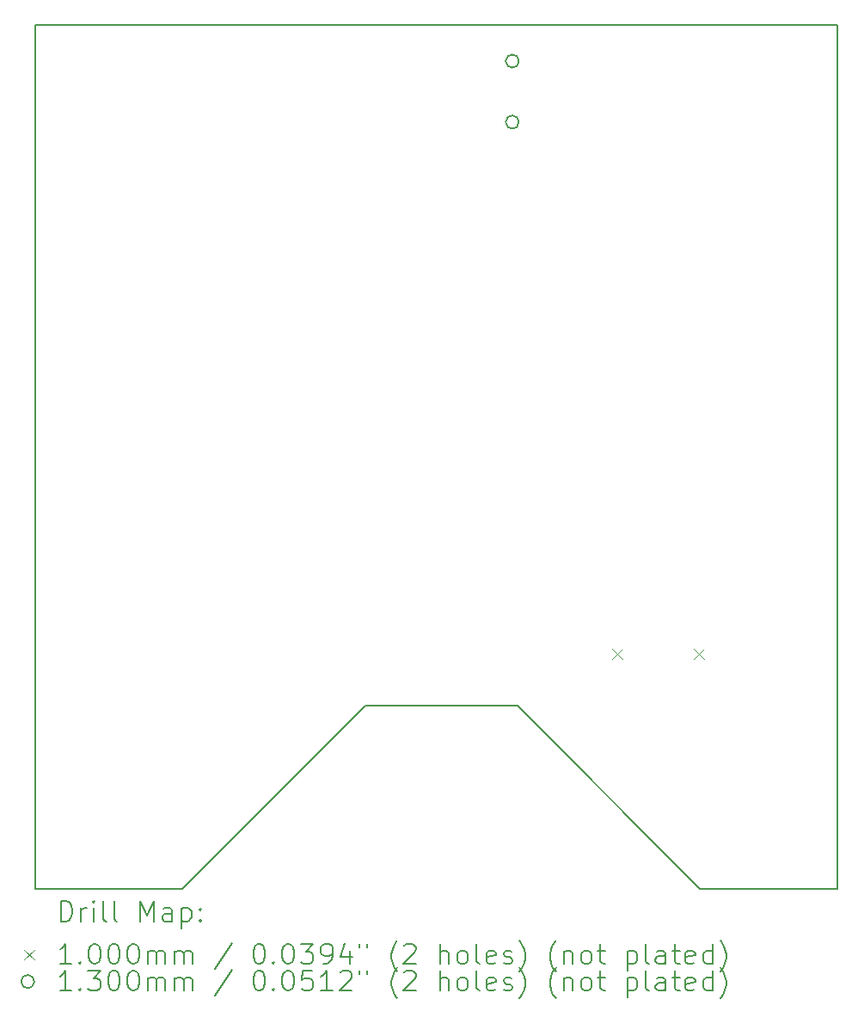
<source format=gbr>
%TF.GenerationSoftware,KiCad,Pcbnew,8.0.6-8.0.6-0~ubuntu22.04.1*%
%TF.CreationDate,2024-11-29T16:11:13+03:00*%
%TF.ProjectId,Dreamstalker-PRO-v2,44726561-6d73-4746-916c-6b65722d5052,2.3*%
%TF.SameCoordinates,Original*%
%TF.FileFunction,Drillmap*%
%TF.FilePolarity,Positive*%
%FSLAX45Y45*%
G04 Gerber Fmt 4.5, Leading zero omitted, Abs format (unit mm)*
G04 Created by KiCad (PCBNEW 8.0.6-8.0.6-0~ubuntu22.04.1) date 2024-11-29 16:11:13*
%MOMM*%
%LPD*%
G01*
G04 APERTURE LIST*
%ADD10C,0.150000*%
%ADD11C,0.200000*%
%ADD12C,0.100000*%
%ADD13C,0.130000*%
G04 APERTURE END LIST*
D10*
X12200000Y-10900000D02*
X10400000Y-12700000D01*
X8950000Y-4200000D02*
X16850000Y-4200000D01*
X16850000Y-4200000D02*
X16850000Y-12700000D01*
X16850000Y-12700000D02*
X15500000Y-12700000D01*
X12200000Y-10900000D02*
X13700000Y-10900000D01*
X8950000Y-12700000D02*
X10400000Y-12700000D01*
X8950000Y-4200000D02*
X8950000Y-12700000D01*
X13700000Y-10900000D02*
X15500000Y-12700000D01*
D11*
D12*
X14635000Y-10340000D02*
X14735000Y-10440000D01*
X14735000Y-10340000D02*
X14635000Y-10440000D01*
X15435000Y-10340000D02*
X15535000Y-10440000D01*
X15535000Y-10340000D02*
X15435000Y-10440000D01*
D13*
X13715000Y-4555000D02*
G75*
G02*
X13585000Y-4555000I-65000J0D01*
G01*
X13585000Y-4555000D02*
G75*
G02*
X13715000Y-4555000I65000J0D01*
G01*
X13715000Y-5155000D02*
G75*
G02*
X13585000Y-5155000I-65000J0D01*
G01*
X13585000Y-5155000D02*
G75*
G02*
X13715000Y-5155000I65000J0D01*
G01*
D11*
X9203277Y-13018984D02*
X9203277Y-12818984D01*
X9203277Y-12818984D02*
X9250896Y-12818984D01*
X9250896Y-12818984D02*
X9279467Y-12828508D01*
X9279467Y-12828508D02*
X9298515Y-12847555D01*
X9298515Y-12847555D02*
X9308039Y-12866603D01*
X9308039Y-12866603D02*
X9317563Y-12904698D01*
X9317563Y-12904698D02*
X9317563Y-12933269D01*
X9317563Y-12933269D02*
X9308039Y-12971365D01*
X9308039Y-12971365D02*
X9298515Y-12990412D01*
X9298515Y-12990412D02*
X9279467Y-13009460D01*
X9279467Y-13009460D02*
X9250896Y-13018984D01*
X9250896Y-13018984D02*
X9203277Y-13018984D01*
X9403277Y-13018984D02*
X9403277Y-12885650D01*
X9403277Y-12923746D02*
X9412801Y-12904698D01*
X9412801Y-12904698D02*
X9422324Y-12895174D01*
X9422324Y-12895174D02*
X9441372Y-12885650D01*
X9441372Y-12885650D02*
X9460420Y-12885650D01*
X9527086Y-13018984D02*
X9527086Y-12885650D01*
X9527086Y-12818984D02*
X9517563Y-12828508D01*
X9517563Y-12828508D02*
X9527086Y-12838031D01*
X9527086Y-12838031D02*
X9536610Y-12828508D01*
X9536610Y-12828508D02*
X9527086Y-12818984D01*
X9527086Y-12818984D02*
X9527086Y-12838031D01*
X9650896Y-13018984D02*
X9631848Y-13009460D01*
X9631848Y-13009460D02*
X9622324Y-12990412D01*
X9622324Y-12990412D02*
X9622324Y-12818984D01*
X9755658Y-13018984D02*
X9736610Y-13009460D01*
X9736610Y-13009460D02*
X9727086Y-12990412D01*
X9727086Y-12990412D02*
X9727086Y-12818984D01*
X9984229Y-13018984D02*
X9984229Y-12818984D01*
X9984229Y-12818984D02*
X10050896Y-12961841D01*
X10050896Y-12961841D02*
X10117563Y-12818984D01*
X10117563Y-12818984D02*
X10117563Y-13018984D01*
X10298515Y-13018984D02*
X10298515Y-12914222D01*
X10298515Y-12914222D02*
X10288991Y-12895174D01*
X10288991Y-12895174D02*
X10269944Y-12885650D01*
X10269944Y-12885650D02*
X10231848Y-12885650D01*
X10231848Y-12885650D02*
X10212801Y-12895174D01*
X10298515Y-13009460D02*
X10279467Y-13018984D01*
X10279467Y-13018984D02*
X10231848Y-13018984D01*
X10231848Y-13018984D02*
X10212801Y-13009460D01*
X10212801Y-13009460D02*
X10203277Y-12990412D01*
X10203277Y-12990412D02*
X10203277Y-12971365D01*
X10203277Y-12971365D02*
X10212801Y-12952317D01*
X10212801Y-12952317D02*
X10231848Y-12942793D01*
X10231848Y-12942793D02*
X10279467Y-12942793D01*
X10279467Y-12942793D02*
X10298515Y-12933269D01*
X10393753Y-12885650D02*
X10393753Y-13085650D01*
X10393753Y-12895174D02*
X10412801Y-12885650D01*
X10412801Y-12885650D02*
X10450896Y-12885650D01*
X10450896Y-12885650D02*
X10469944Y-12895174D01*
X10469944Y-12895174D02*
X10479467Y-12904698D01*
X10479467Y-12904698D02*
X10488991Y-12923746D01*
X10488991Y-12923746D02*
X10488991Y-12980888D01*
X10488991Y-12980888D02*
X10479467Y-12999936D01*
X10479467Y-12999936D02*
X10469944Y-13009460D01*
X10469944Y-13009460D02*
X10450896Y-13018984D01*
X10450896Y-13018984D02*
X10412801Y-13018984D01*
X10412801Y-13018984D02*
X10393753Y-13009460D01*
X10574705Y-12999936D02*
X10584229Y-13009460D01*
X10584229Y-13009460D02*
X10574705Y-13018984D01*
X10574705Y-13018984D02*
X10565182Y-13009460D01*
X10565182Y-13009460D02*
X10574705Y-12999936D01*
X10574705Y-12999936D02*
X10574705Y-13018984D01*
X10574705Y-12895174D02*
X10584229Y-12904698D01*
X10584229Y-12904698D02*
X10574705Y-12914222D01*
X10574705Y-12914222D02*
X10565182Y-12904698D01*
X10565182Y-12904698D02*
X10574705Y-12895174D01*
X10574705Y-12895174D02*
X10574705Y-12914222D01*
D12*
X8842500Y-13297500D02*
X8942500Y-13397500D01*
X8942500Y-13297500D02*
X8842500Y-13397500D01*
D11*
X9308039Y-13438984D02*
X9193753Y-13438984D01*
X9250896Y-13438984D02*
X9250896Y-13238984D01*
X9250896Y-13238984D02*
X9231848Y-13267555D01*
X9231848Y-13267555D02*
X9212801Y-13286603D01*
X9212801Y-13286603D02*
X9193753Y-13296127D01*
X9393753Y-13419936D02*
X9403277Y-13429460D01*
X9403277Y-13429460D02*
X9393753Y-13438984D01*
X9393753Y-13438984D02*
X9384229Y-13429460D01*
X9384229Y-13429460D02*
X9393753Y-13419936D01*
X9393753Y-13419936D02*
X9393753Y-13438984D01*
X9527086Y-13238984D02*
X9546134Y-13238984D01*
X9546134Y-13238984D02*
X9565182Y-13248508D01*
X9565182Y-13248508D02*
X9574705Y-13258031D01*
X9574705Y-13258031D02*
X9584229Y-13277079D01*
X9584229Y-13277079D02*
X9593753Y-13315174D01*
X9593753Y-13315174D02*
X9593753Y-13362793D01*
X9593753Y-13362793D02*
X9584229Y-13400888D01*
X9584229Y-13400888D02*
X9574705Y-13419936D01*
X9574705Y-13419936D02*
X9565182Y-13429460D01*
X9565182Y-13429460D02*
X9546134Y-13438984D01*
X9546134Y-13438984D02*
X9527086Y-13438984D01*
X9527086Y-13438984D02*
X9508039Y-13429460D01*
X9508039Y-13429460D02*
X9498515Y-13419936D01*
X9498515Y-13419936D02*
X9488991Y-13400888D01*
X9488991Y-13400888D02*
X9479467Y-13362793D01*
X9479467Y-13362793D02*
X9479467Y-13315174D01*
X9479467Y-13315174D02*
X9488991Y-13277079D01*
X9488991Y-13277079D02*
X9498515Y-13258031D01*
X9498515Y-13258031D02*
X9508039Y-13248508D01*
X9508039Y-13248508D02*
X9527086Y-13238984D01*
X9717563Y-13238984D02*
X9736610Y-13238984D01*
X9736610Y-13238984D02*
X9755658Y-13248508D01*
X9755658Y-13248508D02*
X9765182Y-13258031D01*
X9765182Y-13258031D02*
X9774705Y-13277079D01*
X9774705Y-13277079D02*
X9784229Y-13315174D01*
X9784229Y-13315174D02*
X9784229Y-13362793D01*
X9784229Y-13362793D02*
X9774705Y-13400888D01*
X9774705Y-13400888D02*
X9765182Y-13419936D01*
X9765182Y-13419936D02*
X9755658Y-13429460D01*
X9755658Y-13429460D02*
X9736610Y-13438984D01*
X9736610Y-13438984D02*
X9717563Y-13438984D01*
X9717563Y-13438984D02*
X9698515Y-13429460D01*
X9698515Y-13429460D02*
X9688991Y-13419936D01*
X9688991Y-13419936D02*
X9679467Y-13400888D01*
X9679467Y-13400888D02*
X9669944Y-13362793D01*
X9669944Y-13362793D02*
X9669944Y-13315174D01*
X9669944Y-13315174D02*
X9679467Y-13277079D01*
X9679467Y-13277079D02*
X9688991Y-13258031D01*
X9688991Y-13258031D02*
X9698515Y-13248508D01*
X9698515Y-13248508D02*
X9717563Y-13238984D01*
X9908039Y-13238984D02*
X9927086Y-13238984D01*
X9927086Y-13238984D02*
X9946134Y-13248508D01*
X9946134Y-13248508D02*
X9955658Y-13258031D01*
X9955658Y-13258031D02*
X9965182Y-13277079D01*
X9965182Y-13277079D02*
X9974705Y-13315174D01*
X9974705Y-13315174D02*
X9974705Y-13362793D01*
X9974705Y-13362793D02*
X9965182Y-13400888D01*
X9965182Y-13400888D02*
X9955658Y-13419936D01*
X9955658Y-13419936D02*
X9946134Y-13429460D01*
X9946134Y-13429460D02*
X9927086Y-13438984D01*
X9927086Y-13438984D02*
X9908039Y-13438984D01*
X9908039Y-13438984D02*
X9888991Y-13429460D01*
X9888991Y-13429460D02*
X9879467Y-13419936D01*
X9879467Y-13419936D02*
X9869944Y-13400888D01*
X9869944Y-13400888D02*
X9860420Y-13362793D01*
X9860420Y-13362793D02*
X9860420Y-13315174D01*
X9860420Y-13315174D02*
X9869944Y-13277079D01*
X9869944Y-13277079D02*
X9879467Y-13258031D01*
X9879467Y-13258031D02*
X9888991Y-13248508D01*
X9888991Y-13248508D02*
X9908039Y-13238984D01*
X10060420Y-13438984D02*
X10060420Y-13305650D01*
X10060420Y-13324698D02*
X10069944Y-13315174D01*
X10069944Y-13315174D02*
X10088991Y-13305650D01*
X10088991Y-13305650D02*
X10117563Y-13305650D01*
X10117563Y-13305650D02*
X10136610Y-13315174D01*
X10136610Y-13315174D02*
X10146134Y-13334222D01*
X10146134Y-13334222D02*
X10146134Y-13438984D01*
X10146134Y-13334222D02*
X10155658Y-13315174D01*
X10155658Y-13315174D02*
X10174705Y-13305650D01*
X10174705Y-13305650D02*
X10203277Y-13305650D01*
X10203277Y-13305650D02*
X10222325Y-13315174D01*
X10222325Y-13315174D02*
X10231848Y-13334222D01*
X10231848Y-13334222D02*
X10231848Y-13438984D01*
X10327086Y-13438984D02*
X10327086Y-13305650D01*
X10327086Y-13324698D02*
X10336610Y-13315174D01*
X10336610Y-13315174D02*
X10355658Y-13305650D01*
X10355658Y-13305650D02*
X10384229Y-13305650D01*
X10384229Y-13305650D02*
X10403277Y-13315174D01*
X10403277Y-13315174D02*
X10412801Y-13334222D01*
X10412801Y-13334222D02*
X10412801Y-13438984D01*
X10412801Y-13334222D02*
X10422325Y-13315174D01*
X10422325Y-13315174D02*
X10441372Y-13305650D01*
X10441372Y-13305650D02*
X10469944Y-13305650D01*
X10469944Y-13305650D02*
X10488991Y-13315174D01*
X10488991Y-13315174D02*
X10498515Y-13334222D01*
X10498515Y-13334222D02*
X10498515Y-13438984D01*
X10888991Y-13229460D02*
X10717563Y-13486603D01*
X11146134Y-13238984D02*
X11165182Y-13238984D01*
X11165182Y-13238984D02*
X11184229Y-13248508D01*
X11184229Y-13248508D02*
X11193753Y-13258031D01*
X11193753Y-13258031D02*
X11203277Y-13277079D01*
X11203277Y-13277079D02*
X11212801Y-13315174D01*
X11212801Y-13315174D02*
X11212801Y-13362793D01*
X11212801Y-13362793D02*
X11203277Y-13400888D01*
X11203277Y-13400888D02*
X11193753Y-13419936D01*
X11193753Y-13419936D02*
X11184229Y-13429460D01*
X11184229Y-13429460D02*
X11165182Y-13438984D01*
X11165182Y-13438984D02*
X11146134Y-13438984D01*
X11146134Y-13438984D02*
X11127087Y-13429460D01*
X11127087Y-13429460D02*
X11117563Y-13419936D01*
X11117563Y-13419936D02*
X11108039Y-13400888D01*
X11108039Y-13400888D02*
X11098515Y-13362793D01*
X11098515Y-13362793D02*
X11098515Y-13315174D01*
X11098515Y-13315174D02*
X11108039Y-13277079D01*
X11108039Y-13277079D02*
X11117563Y-13258031D01*
X11117563Y-13258031D02*
X11127087Y-13248508D01*
X11127087Y-13248508D02*
X11146134Y-13238984D01*
X11298515Y-13419936D02*
X11308039Y-13429460D01*
X11308039Y-13429460D02*
X11298515Y-13438984D01*
X11298515Y-13438984D02*
X11288991Y-13429460D01*
X11288991Y-13429460D02*
X11298515Y-13419936D01*
X11298515Y-13419936D02*
X11298515Y-13438984D01*
X11431848Y-13238984D02*
X11450896Y-13238984D01*
X11450896Y-13238984D02*
X11469944Y-13248508D01*
X11469944Y-13248508D02*
X11479467Y-13258031D01*
X11479467Y-13258031D02*
X11488991Y-13277079D01*
X11488991Y-13277079D02*
X11498515Y-13315174D01*
X11498515Y-13315174D02*
X11498515Y-13362793D01*
X11498515Y-13362793D02*
X11488991Y-13400888D01*
X11488991Y-13400888D02*
X11479467Y-13419936D01*
X11479467Y-13419936D02*
X11469944Y-13429460D01*
X11469944Y-13429460D02*
X11450896Y-13438984D01*
X11450896Y-13438984D02*
X11431848Y-13438984D01*
X11431848Y-13438984D02*
X11412801Y-13429460D01*
X11412801Y-13429460D02*
X11403277Y-13419936D01*
X11403277Y-13419936D02*
X11393753Y-13400888D01*
X11393753Y-13400888D02*
X11384229Y-13362793D01*
X11384229Y-13362793D02*
X11384229Y-13315174D01*
X11384229Y-13315174D02*
X11393753Y-13277079D01*
X11393753Y-13277079D02*
X11403277Y-13258031D01*
X11403277Y-13258031D02*
X11412801Y-13248508D01*
X11412801Y-13248508D02*
X11431848Y-13238984D01*
X11565182Y-13238984D02*
X11688991Y-13238984D01*
X11688991Y-13238984D02*
X11622325Y-13315174D01*
X11622325Y-13315174D02*
X11650896Y-13315174D01*
X11650896Y-13315174D02*
X11669944Y-13324698D01*
X11669944Y-13324698D02*
X11679467Y-13334222D01*
X11679467Y-13334222D02*
X11688991Y-13353269D01*
X11688991Y-13353269D02*
X11688991Y-13400888D01*
X11688991Y-13400888D02*
X11679467Y-13419936D01*
X11679467Y-13419936D02*
X11669944Y-13429460D01*
X11669944Y-13429460D02*
X11650896Y-13438984D01*
X11650896Y-13438984D02*
X11593753Y-13438984D01*
X11593753Y-13438984D02*
X11574706Y-13429460D01*
X11574706Y-13429460D02*
X11565182Y-13419936D01*
X11784229Y-13438984D02*
X11822325Y-13438984D01*
X11822325Y-13438984D02*
X11841372Y-13429460D01*
X11841372Y-13429460D02*
X11850896Y-13419936D01*
X11850896Y-13419936D02*
X11869944Y-13391365D01*
X11869944Y-13391365D02*
X11879467Y-13353269D01*
X11879467Y-13353269D02*
X11879467Y-13277079D01*
X11879467Y-13277079D02*
X11869944Y-13258031D01*
X11869944Y-13258031D02*
X11860420Y-13248508D01*
X11860420Y-13248508D02*
X11841372Y-13238984D01*
X11841372Y-13238984D02*
X11803277Y-13238984D01*
X11803277Y-13238984D02*
X11784229Y-13248508D01*
X11784229Y-13248508D02*
X11774706Y-13258031D01*
X11774706Y-13258031D02*
X11765182Y-13277079D01*
X11765182Y-13277079D02*
X11765182Y-13324698D01*
X11765182Y-13324698D02*
X11774706Y-13343746D01*
X11774706Y-13343746D02*
X11784229Y-13353269D01*
X11784229Y-13353269D02*
X11803277Y-13362793D01*
X11803277Y-13362793D02*
X11841372Y-13362793D01*
X11841372Y-13362793D02*
X11860420Y-13353269D01*
X11860420Y-13353269D02*
X11869944Y-13343746D01*
X11869944Y-13343746D02*
X11879467Y-13324698D01*
X12050896Y-13305650D02*
X12050896Y-13438984D01*
X12003277Y-13229460D02*
X11955658Y-13372317D01*
X11955658Y-13372317D02*
X12079467Y-13372317D01*
X12146134Y-13238984D02*
X12146134Y-13277079D01*
X12222325Y-13238984D02*
X12222325Y-13277079D01*
X12517563Y-13515174D02*
X12508039Y-13505650D01*
X12508039Y-13505650D02*
X12488991Y-13477079D01*
X12488991Y-13477079D02*
X12479468Y-13458031D01*
X12479468Y-13458031D02*
X12469944Y-13429460D01*
X12469944Y-13429460D02*
X12460420Y-13381841D01*
X12460420Y-13381841D02*
X12460420Y-13343746D01*
X12460420Y-13343746D02*
X12469944Y-13296127D01*
X12469944Y-13296127D02*
X12479468Y-13267555D01*
X12479468Y-13267555D02*
X12488991Y-13248508D01*
X12488991Y-13248508D02*
X12508039Y-13219936D01*
X12508039Y-13219936D02*
X12517563Y-13210412D01*
X12584229Y-13258031D02*
X12593753Y-13248508D01*
X12593753Y-13248508D02*
X12612801Y-13238984D01*
X12612801Y-13238984D02*
X12660420Y-13238984D01*
X12660420Y-13238984D02*
X12679468Y-13248508D01*
X12679468Y-13248508D02*
X12688991Y-13258031D01*
X12688991Y-13258031D02*
X12698515Y-13277079D01*
X12698515Y-13277079D02*
X12698515Y-13296127D01*
X12698515Y-13296127D02*
X12688991Y-13324698D01*
X12688991Y-13324698D02*
X12574706Y-13438984D01*
X12574706Y-13438984D02*
X12698515Y-13438984D01*
X12936610Y-13438984D02*
X12936610Y-13238984D01*
X13022325Y-13438984D02*
X13022325Y-13334222D01*
X13022325Y-13334222D02*
X13012801Y-13315174D01*
X13012801Y-13315174D02*
X12993753Y-13305650D01*
X12993753Y-13305650D02*
X12965182Y-13305650D01*
X12965182Y-13305650D02*
X12946134Y-13315174D01*
X12946134Y-13315174D02*
X12936610Y-13324698D01*
X13146134Y-13438984D02*
X13127087Y-13429460D01*
X13127087Y-13429460D02*
X13117563Y-13419936D01*
X13117563Y-13419936D02*
X13108039Y-13400888D01*
X13108039Y-13400888D02*
X13108039Y-13343746D01*
X13108039Y-13343746D02*
X13117563Y-13324698D01*
X13117563Y-13324698D02*
X13127087Y-13315174D01*
X13127087Y-13315174D02*
X13146134Y-13305650D01*
X13146134Y-13305650D02*
X13174706Y-13305650D01*
X13174706Y-13305650D02*
X13193753Y-13315174D01*
X13193753Y-13315174D02*
X13203277Y-13324698D01*
X13203277Y-13324698D02*
X13212801Y-13343746D01*
X13212801Y-13343746D02*
X13212801Y-13400888D01*
X13212801Y-13400888D02*
X13203277Y-13419936D01*
X13203277Y-13419936D02*
X13193753Y-13429460D01*
X13193753Y-13429460D02*
X13174706Y-13438984D01*
X13174706Y-13438984D02*
X13146134Y-13438984D01*
X13327087Y-13438984D02*
X13308039Y-13429460D01*
X13308039Y-13429460D02*
X13298515Y-13410412D01*
X13298515Y-13410412D02*
X13298515Y-13238984D01*
X13479468Y-13429460D02*
X13460420Y-13438984D01*
X13460420Y-13438984D02*
X13422325Y-13438984D01*
X13422325Y-13438984D02*
X13403277Y-13429460D01*
X13403277Y-13429460D02*
X13393753Y-13410412D01*
X13393753Y-13410412D02*
X13393753Y-13334222D01*
X13393753Y-13334222D02*
X13403277Y-13315174D01*
X13403277Y-13315174D02*
X13422325Y-13305650D01*
X13422325Y-13305650D02*
X13460420Y-13305650D01*
X13460420Y-13305650D02*
X13479468Y-13315174D01*
X13479468Y-13315174D02*
X13488991Y-13334222D01*
X13488991Y-13334222D02*
X13488991Y-13353269D01*
X13488991Y-13353269D02*
X13393753Y-13372317D01*
X13565182Y-13429460D02*
X13584230Y-13438984D01*
X13584230Y-13438984D02*
X13622325Y-13438984D01*
X13622325Y-13438984D02*
X13641372Y-13429460D01*
X13641372Y-13429460D02*
X13650896Y-13410412D01*
X13650896Y-13410412D02*
X13650896Y-13400888D01*
X13650896Y-13400888D02*
X13641372Y-13381841D01*
X13641372Y-13381841D02*
X13622325Y-13372317D01*
X13622325Y-13372317D02*
X13593753Y-13372317D01*
X13593753Y-13372317D02*
X13574706Y-13362793D01*
X13574706Y-13362793D02*
X13565182Y-13343746D01*
X13565182Y-13343746D02*
X13565182Y-13334222D01*
X13565182Y-13334222D02*
X13574706Y-13315174D01*
X13574706Y-13315174D02*
X13593753Y-13305650D01*
X13593753Y-13305650D02*
X13622325Y-13305650D01*
X13622325Y-13305650D02*
X13641372Y-13315174D01*
X13717563Y-13515174D02*
X13727087Y-13505650D01*
X13727087Y-13505650D02*
X13746134Y-13477079D01*
X13746134Y-13477079D02*
X13755658Y-13458031D01*
X13755658Y-13458031D02*
X13765182Y-13429460D01*
X13765182Y-13429460D02*
X13774706Y-13381841D01*
X13774706Y-13381841D02*
X13774706Y-13343746D01*
X13774706Y-13343746D02*
X13765182Y-13296127D01*
X13765182Y-13296127D02*
X13755658Y-13267555D01*
X13755658Y-13267555D02*
X13746134Y-13248508D01*
X13746134Y-13248508D02*
X13727087Y-13219936D01*
X13727087Y-13219936D02*
X13717563Y-13210412D01*
X14079468Y-13515174D02*
X14069944Y-13505650D01*
X14069944Y-13505650D02*
X14050896Y-13477079D01*
X14050896Y-13477079D02*
X14041372Y-13458031D01*
X14041372Y-13458031D02*
X14031849Y-13429460D01*
X14031849Y-13429460D02*
X14022325Y-13381841D01*
X14022325Y-13381841D02*
X14022325Y-13343746D01*
X14022325Y-13343746D02*
X14031849Y-13296127D01*
X14031849Y-13296127D02*
X14041372Y-13267555D01*
X14041372Y-13267555D02*
X14050896Y-13248508D01*
X14050896Y-13248508D02*
X14069944Y-13219936D01*
X14069944Y-13219936D02*
X14079468Y-13210412D01*
X14155658Y-13305650D02*
X14155658Y-13438984D01*
X14155658Y-13324698D02*
X14165182Y-13315174D01*
X14165182Y-13315174D02*
X14184230Y-13305650D01*
X14184230Y-13305650D02*
X14212801Y-13305650D01*
X14212801Y-13305650D02*
X14231849Y-13315174D01*
X14231849Y-13315174D02*
X14241372Y-13334222D01*
X14241372Y-13334222D02*
X14241372Y-13438984D01*
X14365182Y-13438984D02*
X14346134Y-13429460D01*
X14346134Y-13429460D02*
X14336611Y-13419936D01*
X14336611Y-13419936D02*
X14327087Y-13400888D01*
X14327087Y-13400888D02*
X14327087Y-13343746D01*
X14327087Y-13343746D02*
X14336611Y-13324698D01*
X14336611Y-13324698D02*
X14346134Y-13315174D01*
X14346134Y-13315174D02*
X14365182Y-13305650D01*
X14365182Y-13305650D02*
X14393753Y-13305650D01*
X14393753Y-13305650D02*
X14412801Y-13315174D01*
X14412801Y-13315174D02*
X14422325Y-13324698D01*
X14422325Y-13324698D02*
X14431849Y-13343746D01*
X14431849Y-13343746D02*
X14431849Y-13400888D01*
X14431849Y-13400888D02*
X14422325Y-13419936D01*
X14422325Y-13419936D02*
X14412801Y-13429460D01*
X14412801Y-13429460D02*
X14393753Y-13438984D01*
X14393753Y-13438984D02*
X14365182Y-13438984D01*
X14488992Y-13305650D02*
X14565182Y-13305650D01*
X14517563Y-13238984D02*
X14517563Y-13410412D01*
X14517563Y-13410412D02*
X14527087Y-13429460D01*
X14527087Y-13429460D02*
X14546134Y-13438984D01*
X14546134Y-13438984D02*
X14565182Y-13438984D01*
X14784230Y-13305650D02*
X14784230Y-13505650D01*
X14784230Y-13315174D02*
X14803277Y-13305650D01*
X14803277Y-13305650D02*
X14841373Y-13305650D01*
X14841373Y-13305650D02*
X14860420Y-13315174D01*
X14860420Y-13315174D02*
X14869944Y-13324698D01*
X14869944Y-13324698D02*
X14879468Y-13343746D01*
X14879468Y-13343746D02*
X14879468Y-13400888D01*
X14879468Y-13400888D02*
X14869944Y-13419936D01*
X14869944Y-13419936D02*
X14860420Y-13429460D01*
X14860420Y-13429460D02*
X14841373Y-13438984D01*
X14841373Y-13438984D02*
X14803277Y-13438984D01*
X14803277Y-13438984D02*
X14784230Y-13429460D01*
X14993753Y-13438984D02*
X14974706Y-13429460D01*
X14974706Y-13429460D02*
X14965182Y-13410412D01*
X14965182Y-13410412D02*
X14965182Y-13238984D01*
X15155658Y-13438984D02*
X15155658Y-13334222D01*
X15155658Y-13334222D02*
X15146134Y-13315174D01*
X15146134Y-13315174D02*
X15127087Y-13305650D01*
X15127087Y-13305650D02*
X15088992Y-13305650D01*
X15088992Y-13305650D02*
X15069944Y-13315174D01*
X15155658Y-13429460D02*
X15136611Y-13438984D01*
X15136611Y-13438984D02*
X15088992Y-13438984D01*
X15088992Y-13438984D02*
X15069944Y-13429460D01*
X15069944Y-13429460D02*
X15060420Y-13410412D01*
X15060420Y-13410412D02*
X15060420Y-13391365D01*
X15060420Y-13391365D02*
X15069944Y-13372317D01*
X15069944Y-13372317D02*
X15088992Y-13362793D01*
X15088992Y-13362793D02*
X15136611Y-13362793D01*
X15136611Y-13362793D02*
X15155658Y-13353269D01*
X15222325Y-13305650D02*
X15298515Y-13305650D01*
X15250896Y-13238984D02*
X15250896Y-13410412D01*
X15250896Y-13410412D02*
X15260420Y-13429460D01*
X15260420Y-13429460D02*
X15279468Y-13438984D01*
X15279468Y-13438984D02*
X15298515Y-13438984D01*
X15441373Y-13429460D02*
X15422325Y-13438984D01*
X15422325Y-13438984D02*
X15384230Y-13438984D01*
X15384230Y-13438984D02*
X15365182Y-13429460D01*
X15365182Y-13429460D02*
X15355658Y-13410412D01*
X15355658Y-13410412D02*
X15355658Y-13334222D01*
X15355658Y-13334222D02*
X15365182Y-13315174D01*
X15365182Y-13315174D02*
X15384230Y-13305650D01*
X15384230Y-13305650D02*
X15422325Y-13305650D01*
X15422325Y-13305650D02*
X15441373Y-13315174D01*
X15441373Y-13315174D02*
X15450896Y-13334222D01*
X15450896Y-13334222D02*
X15450896Y-13353269D01*
X15450896Y-13353269D02*
X15355658Y-13372317D01*
X15622325Y-13438984D02*
X15622325Y-13238984D01*
X15622325Y-13429460D02*
X15603277Y-13438984D01*
X15603277Y-13438984D02*
X15565182Y-13438984D01*
X15565182Y-13438984D02*
X15546134Y-13429460D01*
X15546134Y-13429460D02*
X15536611Y-13419936D01*
X15536611Y-13419936D02*
X15527087Y-13400888D01*
X15527087Y-13400888D02*
X15527087Y-13343746D01*
X15527087Y-13343746D02*
X15536611Y-13324698D01*
X15536611Y-13324698D02*
X15546134Y-13315174D01*
X15546134Y-13315174D02*
X15565182Y-13305650D01*
X15565182Y-13305650D02*
X15603277Y-13305650D01*
X15603277Y-13305650D02*
X15622325Y-13315174D01*
X15698515Y-13515174D02*
X15708039Y-13505650D01*
X15708039Y-13505650D02*
X15727087Y-13477079D01*
X15727087Y-13477079D02*
X15736611Y-13458031D01*
X15736611Y-13458031D02*
X15746134Y-13429460D01*
X15746134Y-13429460D02*
X15755658Y-13381841D01*
X15755658Y-13381841D02*
X15755658Y-13343746D01*
X15755658Y-13343746D02*
X15746134Y-13296127D01*
X15746134Y-13296127D02*
X15736611Y-13267555D01*
X15736611Y-13267555D02*
X15727087Y-13248508D01*
X15727087Y-13248508D02*
X15708039Y-13219936D01*
X15708039Y-13219936D02*
X15698515Y-13210412D01*
D13*
X8942500Y-13611500D02*
G75*
G02*
X8812500Y-13611500I-65000J0D01*
G01*
X8812500Y-13611500D02*
G75*
G02*
X8942500Y-13611500I65000J0D01*
G01*
D11*
X9308039Y-13702984D02*
X9193753Y-13702984D01*
X9250896Y-13702984D02*
X9250896Y-13502984D01*
X9250896Y-13502984D02*
X9231848Y-13531555D01*
X9231848Y-13531555D02*
X9212801Y-13550603D01*
X9212801Y-13550603D02*
X9193753Y-13560127D01*
X9393753Y-13683936D02*
X9403277Y-13693460D01*
X9403277Y-13693460D02*
X9393753Y-13702984D01*
X9393753Y-13702984D02*
X9384229Y-13693460D01*
X9384229Y-13693460D02*
X9393753Y-13683936D01*
X9393753Y-13683936D02*
X9393753Y-13702984D01*
X9469944Y-13502984D02*
X9593753Y-13502984D01*
X9593753Y-13502984D02*
X9527086Y-13579174D01*
X9527086Y-13579174D02*
X9555658Y-13579174D01*
X9555658Y-13579174D02*
X9574705Y-13588698D01*
X9574705Y-13588698D02*
X9584229Y-13598222D01*
X9584229Y-13598222D02*
X9593753Y-13617269D01*
X9593753Y-13617269D02*
X9593753Y-13664888D01*
X9593753Y-13664888D02*
X9584229Y-13683936D01*
X9584229Y-13683936D02*
X9574705Y-13693460D01*
X9574705Y-13693460D02*
X9555658Y-13702984D01*
X9555658Y-13702984D02*
X9498515Y-13702984D01*
X9498515Y-13702984D02*
X9479467Y-13693460D01*
X9479467Y-13693460D02*
X9469944Y-13683936D01*
X9717563Y-13502984D02*
X9736610Y-13502984D01*
X9736610Y-13502984D02*
X9755658Y-13512508D01*
X9755658Y-13512508D02*
X9765182Y-13522031D01*
X9765182Y-13522031D02*
X9774705Y-13541079D01*
X9774705Y-13541079D02*
X9784229Y-13579174D01*
X9784229Y-13579174D02*
X9784229Y-13626793D01*
X9784229Y-13626793D02*
X9774705Y-13664888D01*
X9774705Y-13664888D02*
X9765182Y-13683936D01*
X9765182Y-13683936D02*
X9755658Y-13693460D01*
X9755658Y-13693460D02*
X9736610Y-13702984D01*
X9736610Y-13702984D02*
X9717563Y-13702984D01*
X9717563Y-13702984D02*
X9698515Y-13693460D01*
X9698515Y-13693460D02*
X9688991Y-13683936D01*
X9688991Y-13683936D02*
X9679467Y-13664888D01*
X9679467Y-13664888D02*
X9669944Y-13626793D01*
X9669944Y-13626793D02*
X9669944Y-13579174D01*
X9669944Y-13579174D02*
X9679467Y-13541079D01*
X9679467Y-13541079D02*
X9688991Y-13522031D01*
X9688991Y-13522031D02*
X9698515Y-13512508D01*
X9698515Y-13512508D02*
X9717563Y-13502984D01*
X9908039Y-13502984D02*
X9927086Y-13502984D01*
X9927086Y-13502984D02*
X9946134Y-13512508D01*
X9946134Y-13512508D02*
X9955658Y-13522031D01*
X9955658Y-13522031D02*
X9965182Y-13541079D01*
X9965182Y-13541079D02*
X9974705Y-13579174D01*
X9974705Y-13579174D02*
X9974705Y-13626793D01*
X9974705Y-13626793D02*
X9965182Y-13664888D01*
X9965182Y-13664888D02*
X9955658Y-13683936D01*
X9955658Y-13683936D02*
X9946134Y-13693460D01*
X9946134Y-13693460D02*
X9927086Y-13702984D01*
X9927086Y-13702984D02*
X9908039Y-13702984D01*
X9908039Y-13702984D02*
X9888991Y-13693460D01*
X9888991Y-13693460D02*
X9879467Y-13683936D01*
X9879467Y-13683936D02*
X9869944Y-13664888D01*
X9869944Y-13664888D02*
X9860420Y-13626793D01*
X9860420Y-13626793D02*
X9860420Y-13579174D01*
X9860420Y-13579174D02*
X9869944Y-13541079D01*
X9869944Y-13541079D02*
X9879467Y-13522031D01*
X9879467Y-13522031D02*
X9888991Y-13512508D01*
X9888991Y-13512508D02*
X9908039Y-13502984D01*
X10060420Y-13702984D02*
X10060420Y-13569650D01*
X10060420Y-13588698D02*
X10069944Y-13579174D01*
X10069944Y-13579174D02*
X10088991Y-13569650D01*
X10088991Y-13569650D02*
X10117563Y-13569650D01*
X10117563Y-13569650D02*
X10136610Y-13579174D01*
X10136610Y-13579174D02*
X10146134Y-13598222D01*
X10146134Y-13598222D02*
X10146134Y-13702984D01*
X10146134Y-13598222D02*
X10155658Y-13579174D01*
X10155658Y-13579174D02*
X10174705Y-13569650D01*
X10174705Y-13569650D02*
X10203277Y-13569650D01*
X10203277Y-13569650D02*
X10222325Y-13579174D01*
X10222325Y-13579174D02*
X10231848Y-13598222D01*
X10231848Y-13598222D02*
X10231848Y-13702984D01*
X10327086Y-13702984D02*
X10327086Y-13569650D01*
X10327086Y-13588698D02*
X10336610Y-13579174D01*
X10336610Y-13579174D02*
X10355658Y-13569650D01*
X10355658Y-13569650D02*
X10384229Y-13569650D01*
X10384229Y-13569650D02*
X10403277Y-13579174D01*
X10403277Y-13579174D02*
X10412801Y-13598222D01*
X10412801Y-13598222D02*
X10412801Y-13702984D01*
X10412801Y-13598222D02*
X10422325Y-13579174D01*
X10422325Y-13579174D02*
X10441372Y-13569650D01*
X10441372Y-13569650D02*
X10469944Y-13569650D01*
X10469944Y-13569650D02*
X10488991Y-13579174D01*
X10488991Y-13579174D02*
X10498515Y-13598222D01*
X10498515Y-13598222D02*
X10498515Y-13702984D01*
X10888991Y-13493460D02*
X10717563Y-13750603D01*
X11146134Y-13502984D02*
X11165182Y-13502984D01*
X11165182Y-13502984D02*
X11184229Y-13512508D01*
X11184229Y-13512508D02*
X11193753Y-13522031D01*
X11193753Y-13522031D02*
X11203277Y-13541079D01*
X11203277Y-13541079D02*
X11212801Y-13579174D01*
X11212801Y-13579174D02*
X11212801Y-13626793D01*
X11212801Y-13626793D02*
X11203277Y-13664888D01*
X11203277Y-13664888D02*
X11193753Y-13683936D01*
X11193753Y-13683936D02*
X11184229Y-13693460D01*
X11184229Y-13693460D02*
X11165182Y-13702984D01*
X11165182Y-13702984D02*
X11146134Y-13702984D01*
X11146134Y-13702984D02*
X11127087Y-13693460D01*
X11127087Y-13693460D02*
X11117563Y-13683936D01*
X11117563Y-13683936D02*
X11108039Y-13664888D01*
X11108039Y-13664888D02*
X11098515Y-13626793D01*
X11098515Y-13626793D02*
X11098515Y-13579174D01*
X11098515Y-13579174D02*
X11108039Y-13541079D01*
X11108039Y-13541079D02*
X11117563Y-13522031D01*
X11117563Y-13522031D02*
X11127087Y-13512508D01*
X11127087Y-13512508D02*
X11146134Y-13502984D01*
X11298515Y-13683936D02*
X11308039Y-13693460D01*
X11308039Y-13693460D02*
X11298515Y-13702984D01*
X11298515Y-13702984D02*
X11288991Y-13693460D01*
X11288991Y-13693460D02*
X11298515Y-13683936D01*
X11298515Y-13683936D02*
X11298515Y-13702984D01*
X11431848Y-13502984D02*
X11450896Y-13502984D01*
X11450896Y-13502984D02*
X11469944Y-13512508D01*
X11469944Y-13512508D02*
X11479467Y-13522031D01*
X11479467Y-13522031D02*
X11488991Y-13541079D01*
X11488991Y-13541079D02*
X11498515Y-13579174D01*
X11498515Y-13579174D02*
X11498515Y-13626793D01*
X11498515Y-13626793D02*
X11488991Y-13664888D01*
X11488991Y-13664888D02*
X11479467Y-13683936D01*
X11479467Y-13683936D02*
X11469944Y-13693460D01*
X11469944Y-13693460D02*
X11450896Y-13702984D01*
X11450896Y-13702984D02*
X11431848Y-13702984D01*
X11431848Y-13702984D02*
X11412801Y-13693460D01*
X11412801Y-13693460D02*
X11403277Y-13683936D01*
X11403277Y-13683936D02*
X11393753Y-13664888D01*
X11393753Y-13664888D02*
X11384229Y-13626793D01*
X11384229Y-13626793D02*
X11384229Y-13579174D01*
X11384229Y-13579174D02*
X11393753Y-13541079D01*
X11393753Y-13541079D02*
X11403277Y-13522031D01*
X11403277Y-13522031D02*
X11412801Y-13512508D01*
X11412801Y-13512508D02*
X11431848Y-13502984D01*
X11679467Y-13502984D02*
X11584229Y-13502984D01*
X11584229Y-13502984D02*
X11574706Y-13598222D01*
X11574706Y-13598222D02*
X11584229Y-13588698D01*
X11584229Y-13588698D02*
X11603277Y-13579174D01*
X11603277Y-13579174D02*
X11650896Y-13579174D01*
X11650896Y-13579174D02*
X11669944Y-13588698D01*
X11669944Y-13588698D02*
X11679467Y-13598222D01*
X11679467Y-13598222D02*
X11688991Y-13617269D01*
X11688991Y-13617269D02*
X11688991Y-13664888D01*
X11688991Y-13664888D02*
X11679467Y-13683936D01*
X11679467Y-13683936D02*
X11669944Y-13693460D01*
X11669944Y-13693460D02*
X11650896Y-13702984D01*
X11650896Y-13702984D02*
X11603277Y-13702984D01*
X11603277Y-13702984D02*
X11584229Y-13693460D01*
X11584229Y-13693460D02*
X11574706Y-13683936D01*
X11879467Y-13702984D02*
X11765182Y-13702984D01*
X11822325Y-13702984D02*
X11822325Y-13502984D01*
X11822325Y-13502984D02*
X11803277Y-13531555D01*
X11803277Y-13531555D02*
X11784229Y-13550603D01*
X11784229Y-13550603D02*
X11765182Y-13560127D01*
X11955658Y-13522031D02*
X11965182Y-13512508D01*
X11965182Y-13512508D02*
X11984229Y-13502984D01*
X11984229Y-13502984D02*
X12031848Y-13502984D01*
X12031848Y-13502984D02*
X12050896Y-13512508D01*
X12050896Y-13512508D02*
X12060420Y-13522031D01*
X12060420Y-13522031D02*
X12069944Y-13541079D01*
X12069944Y-13541079D02*
X12069944Y-13560127D01*
X12069944Y-13560127D02*
X12060420Y-13588698D01*
X12060420Y-13588698D02*
X11946134Y-13702984D01*
X11946134Y-13702984D02*
X12069944Y-13702984D01*
X12146134Y-13502984D02*
X12146134Y-13541079D01*
X12222325Y-13502984D02*
X12222325Y-13541079D01*
X12517563Y-13779174D02*
X12508039Y-13769650D01*
X12508039Y-13769650D02*
X12488991Y-13741079D01*
X12488991Y-13741079D02*
X12479468Y-13722031D01*
X12479468Y-13722031D02*
X12469944Y-13693460D01*
X12469944Y-13693460D02*
X12460420Y-13645841D01*
X12460420Y-13645841D02*
X12460420Y-13607746D01*
X12460420Y-13607746D02*
X12469944Y-13560127D01*
X12469944Y-13560127D02*
X12479468Y-13531555D01*
X12479468Y-13531555D02*
X12488991Y-13512508D01*
X12488991Y-13512508D02*
X12508039Y-13483936D01*
X12508039Y-13483936D02*
X12517563Y-13474412D01*
X12584229Y-13522031D02*
X12593753Y-13512508D01*
X12593753Y-13512508D02*
X12612801Y-13502984D01*
X12612801Y-13502984D02*
X12660420Y-13502984D01*
X12660420Y-13502984D02*
X12679468Y-13512508D01*
X12679468Y-13512508D02*
X12688991Y-13522031D01*
X12688991Y-13522031D02*
X12698515Y-13541079D01*
X12698515Y-13541079D02*
X12698515Y-13560127D01*
X12698515Y-13560127D02*
X12688991Y-13588698D01*
X12688991Y-13588698D02*
X12574706Y-13702984D01*
X12574706Y-13702984D02*
X12698515Y-13702984D01*
X12936610Y-13702984D02*
X12936610Y-13502984D01*
X13022325Y-13702984D02*
X13022325Y-13598222D01*
X13022325Y-13598222D02*
X13012801Y-13579174D01*
X13012801Y-13579174D02*
X12993753Y-13569650D01*
X12993753Y-13569650D02*
X12965182Y-13569650D01*
X12965182Y-13569650D02*
X12946134Y-13579174D01*
X12946134Y-13579174D02*
X12936610Y-13588698D01*
X13146134Y-13702984D02*
X13127087Y-13693460D01*
X13127087Y-13693460D02*
X13117563Y-13683936D01*
X13117563Y-13683936D02*
X13108039Y-13664888D01*
X13108039Y-13664888D02*
X13108039Y-13607746D01*
X13108039Y-13607746D02*
X13117563Y-13588698D01*
X13117563Y-13588698D02*
X13127087Y-13579174D01*
X13127087Y-13579174D02*
X13146134Y-13569650D01*
X13146134Y-13569650D02*
X13174706Y-13569650D01*
X13174706Y-13569650D02*
X13193753Y-13579174D01*
X13193753Y-13579174D02*
X13203277Y-13588698D01*
X13203277Y-13588698D02*
X13212801Y-13607746D01*
X13212801Y-13607746D02*
X13212801Y-13664888D01*
X13212801Y-13664888D02*
X13203277Y-13683936D01*
X13203277Y-13683936D02*
X13193753Y-13693460D01*
X13193753Y-13693460D02*
X13174706Y-13702984D01*
X13174706Y-13702984D02*
X13146134Y-13702984D01*
X13327087Y-13702984D02*
X13308039Y-13693460D01*
X13308039Y-13693460D02*
X13298515Y-13674412D01*
X13298515Y-13674412D02*
X13298515Y-13502984D01*
X13479468Y-13693460D02*
X13460420Y-13702984D01*
X13460420Y-13702984D02*
X13422325Y-13702984D01*
X13422325Y-13702984D02*
X13403277Y-13693460D01*
X13403277Y-13693460D02*
X13393753Y-13674412D01*
X13393753Y-13674412D02*
X13393753Y-13598222D01*
X13393753Y-13598222D02*
X13403277Y-13579174D01*
X13403277Y-13579174D02*
X13422325Y-13569650D01*
X13422325Y-13569650D02*
X13460420Y-13569650D01*
X13460420Y-13569650D02*
X13479468Y-13579174D01*
X13479468Y-13579174D02*
X13488991Y-13598222D01*
X13488991Y-13598222D02*
X13488991Y-13617269D01*
X13488991Y-13617269D02*
X13393753Y-13636317D01*
X13565182Y-13693460D02*
X13584230Y-13702984D01*
X13584230Y-13702984D02*
X13622325Y-13702984D01*
X13622325Y-13702984D02*
X13641372Y-13693460D01*
X13641372Y-13693460D02*
X13650896Y-13674412D01*
X13650896Y-13674412D02*
X13650896Y-13664888D01*
X13650896Y-13664888D02*
X13641372Y-13645841D01*
X13641372Y-13645841D02*
X13622325Y-13636317D01*
X13622325Y-13636317D02*
X13593753Y-13636317D01*
X13593753Y-13636317D02*
X13574706Y-13626793D01*
X13574706Y-13626793D02*
X13565182Y-13607746D01*
X13565182Y-13607746D02*
X13565182Y-13598222D01*
X13565182Y-13598222D02*
X13574706Y-13579174D01*
X13574706Y-13579174D02*
X13593753Y-13569650D01*
X13593753Y-13569650D02*
X13622325Y-13569650D01*
X13622325Y-13569650D02*
X13641372Y-13579174D01*
X13717563Y-13779174D02*
X13727087Y-13769650D01*
X13727087Y-13769650D02*
X13746134Y-13741079D01*
X13746134Y-13741079D02*
X13755658Y-13722031D01*
X13755658Y-13722031D02*
X13765182Y-13693460D01*
X13765182Y-13693460D02*
X13774706Y-13645841D01*
X13774706Y-13645841D02*
X13774706Y-13607746D01*
X13774706Y-13607746D02*
X13765182Y-13560127D01*
X13765182Y-13560127D02*
X13755658Y-13531555D01*
X13755658Y-13531555D02*
X13746134Y-13512508D01*
X13746134Y-13512508D02*
X13727087Y-13483936D01*
X13727087Y-13483936D02*
X13717563Y-13474412D01*
X14079468Y-13779174D02*
X14069944Y-13769650D01*
X14069944Y-13769650D02*
X14050896Y-13741079D01*
X14050896Y-13741079D02*
X14041372Y-13722031D01*
X14041372Y-13722031D02*
X14031849Y-13693460D01*
X14031849Y-13693460D02*
X14022325Y-13645841D01*
X14022325Y-13645841D02*
X14022325Y-13607746D01*
X14022325Y-13607746D02*
X14031849Y-13560127D01*
X14031849Y-13560127D02*
X14041372Y-13531555D01*
X14041372Y-13531555D02*
X14050896Y-13512508D01*
X14050896Y-13512508D02*
X14069944Y-13483936D01*
X14069944Y-13483936D02*
X14079468Y-13474412D01*
X14155658Y-13569650D02*
X14155658Y-13702984D01*
X14155658Y-13588698D02*
X14165182Y-13579174D01*
X14165182Y-13579174D02*
X14184230Y-13569650D01*
X14184230Y-13569650D02*
X14212801Y-13569650D01*
X14212801Y-13569650D02*
X14231849Y-13579174D01*
X14231849Y-13579174D02*
X14241372Y-13598222D01*
X14241372Y-13598222D02*
X14241372Y-13702984D01*
X14365182Y-13702984D02*
X14346134Y-13693460D01*
X14346134Y-13693460D02*
X14336611Y-13683936D01*
X14336611Y-13683936D02*
X14327087Y-13664888D01*
X14327087Y-13664888D02*
X14327087Y-13607746D01*
X14327087Y-13607746D02*
X14336611Y-13588698D01*
X14336611Y-13588698D02*
X14346134Y-13579174D01*
X14346134Y-13579174D02*
X14365182Y-13569650D01*
X14365182Y-13569650D02*
X14393753Y-13569650D01*
X14393753Y-13569650D02*
X14412801Y-13579174D01*
X14412801Y-13579174D02*
X14422325Y-13588698D01*
X14422325Y-13588698D02*
X14431849Y-13607746D01*
X14431849Y-13607746D02*
X14431849Y-13664888D01*
X14431849Y-13664888D02*
X14422325Y-13683936D01*
X14422325Y-13683936D02*
X14412801Y-13693460D01*
X14412801Y-13693460D02*
X14393753Y-13702984D01*
X14393753Y-13702984D02*
X14365182Y-13702984D01*
X14488992Y-13569650D02*
X14565182Y-13569650D01*
X14517563Y-13502984D02*
X14517563Y-13674412D01*
X14517563Y-13674412D02*
X14527087Y-13693460D01*
X14527087Y-13693460D02*
X14546134Y-13702984D01*
X14546134Y-13702984D02*
X14565182Y-13702984D01*
X14784230Y-13569650D02*
X14784230Y-13769650D01*
X14784230Y-13579174D02*
X14803277Y-13569650D01*
X14803277Y-13569650D02*
X14841373Y-13569650D01*
X14841373Y-13569650D02*
X14860420Y-13579174D01*
X14860420Y-13579174D02*
X14869944Y-13588698D01*
X14869944Y-13588698D02*
X14879468Y-13607746D01*
X14879468Y-13607746D02*
X14879468Y-13664888D01*
X14879468Y-13664888D02*
X14869944Y-13683936D01*
X14869944Y-13683936D02*
X14860420Y-13693460D01*
X14860420Y-13693460D02*
X14841373Y-13702984D01*
X14841373Y-13702984D02*
X14803277Y-13702984D01*
X14803277Y-13702984D02*
X14784230Y-13693460D01*
X14993753Y-13702984D02*
X14974706Y-13693460D01*
X14974706Y-13693460D02*
X14965182Y-13674412D01*
X14965182Y-13674412D02*
X14965182Y-13502984D01*
X15155658Y-13702984D02*
X15155658Y-13598222D01*
X15155658Y-13598222D02*
X15146134Y-13579174D01*
X15146134Y-13579174D02*
X15127087Y-13569650D01*
X15127087Y-13569650D02*
X15088992Y-13569650D01*
X15088992Y-13569650D02*
X15069944Y-13579174D01*
X15155658Y-13693460D02*
X15136611Y-13702984D01*
X15136611Y-13702984D02*
X15088992Y-13702984D01*
X15088992Y-13702984D02*
X15069944Y-13693460D01*
X15069944Y-13693460D02*
X15060420Y-13674412D01*
X15060420Y-13674412D02*
X15060420Y-13655365D01*
X15060420Y-13655365D02*
X15069944Y-13636317D01*
X15069944Y-13636317D02*
X15088992Y-13626793D01*
X15088992Y-13626793D02*
X15136611Y-13626793D01*
X15136611Y-13626793D02*
X15155658Y-13617269D01*
X15222325Y-13569650D02*
X15298515Y-13569650D01*
X15250896Y-13502984D02*
X15250896Y-13674412D01*
X15250896Y-13674412D02*
X15260420Y-13693460D01*
X15260420Y-13693460D02*
X15279468Y-13702984D01*
X15279468Y-13702984D02*
X15298515Y-13702984D01*
X15441373Y-13693460D02*
X15422325Y-13702984D01*
X15422325Y-13702984D02*
X15384230Y-13702984D01*
X15384230Y-13702984D02*
X15365182Y-13693460D01*
X15365182Y-13693460D02*
X15355658Y-13674412D01*
X15355658Y-13674412D02*
X15355658Y-13598222D01*
X15355658Y-13598222D02*
X15365182Y-13579174D01*
X15365182Y-13579174D02*
X15384230Y-13569650D01*
X15384230Y-13569650D02*
X15422325Y-13569650D01*
X15422325Y-13569650D02*
X15441373Y-13579174D01*
X15441373Y-13579174D02*
X15450896Y-13598222D01*
X15450896Y-13598222D02*
X15450896Y-13617269D01*
X15450896Y-13617269D02*
X15355658Y-13636317D01*
X15622325Y-13702984D02*
X15622325Y-13502984D01*
X15622325Y-13693460D02*
X15603277Y-13702984D01*
X15603277Y-13702984D02*
X15565182Y-13702984D01*
X15565182Y-13702984D02*
X15546134Y-13693460D01*
X15546134Y-13693460D02*
X15536611Y-13683936D01*
X15536611Y-13683936D02*
X15527087Y-13664888D01*
X15527087Y-13664888D02*
X15527087Y-13607746D01*
X15527087Y-13607746D02*
X15536611Y-13588698D01*
X15536611Y-13588698D02*
X15546134Y-13579174D01*
X15546134Y-13579174D02*
X15565182Y-13569650D01*
X15565182Y-13569650D02*
X15603277Y-13569650D01*
X15603277Y-13569650D02*
X15622325Y-13579174D01*
X15698515Y-13779174D02*
X15708039Y-13769650D01*
X15708039Y-13769650D02*
X15727087Y-13741079D01*
X15727087Y-13741079D02*
X15736611Y-13722031D01*
X15736611Y-13722031D02*
X15746134Y-13693460D01*
X15746134Y-13693460D02*
X15755658Y-13645841D01*
X15755658Y-13645841D02*
X15755658Y-13607746D01*
X15755658Y-13607746D02*
X15746134Y-13560127D01*
X15746134Y-13560127D02*
X15736611Y-13531555D01*
X15736611Y-13531555D02*
X15727087Y-13512508D01*
X15727087Y-13512508D02*
X15708039Y-13483936D01*
X15708039Y-13483936D02*
X15698515Y-13474412D01*
M02*

</source>
